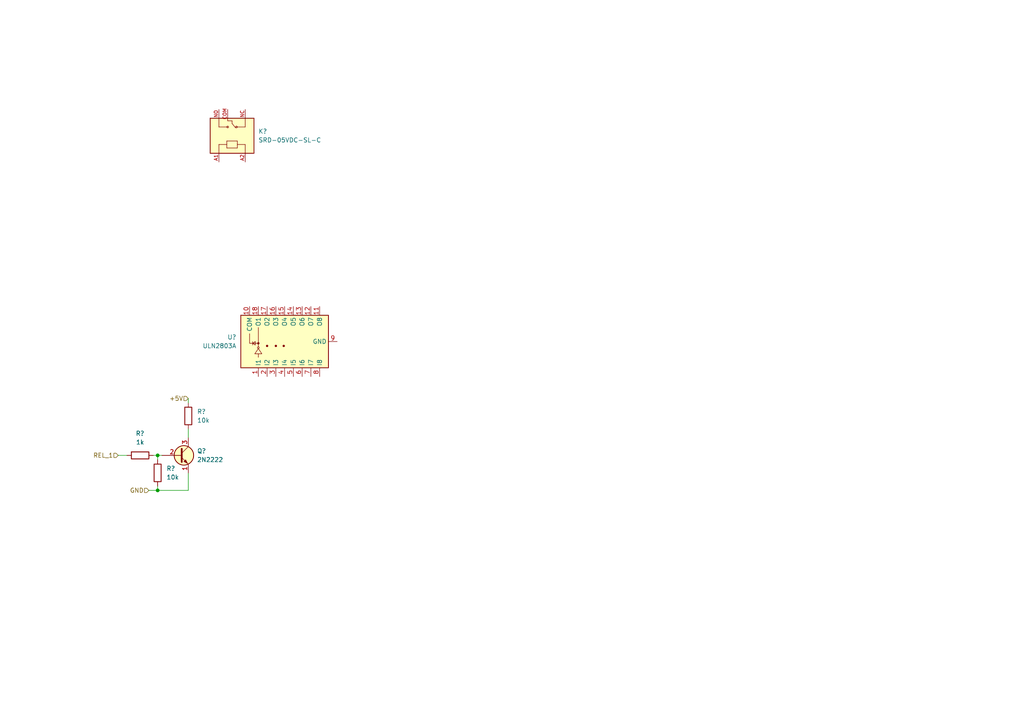
<source format=kicad_sch>
(kicad_sch
	(version 20231120)
	(generator "eeschema")
	(generator_version "8.0")
	(uuid "76efed0a-1fba-452b-b694-259ec184263c")
	(paper "A4")
	(lib_symbols
		(symbol "Device:R"
			(pin_numbers hide)
			(pin_names
				(offset 0)
			)
			(exclude_from_sim no)
			(in_bom yes)
			(on_board yes)
			(property "Reference" "R"
				(at 2.032 0 90)
				(effects
					(font
						(size 1.27 1.27)
					)
				)
			)
			(property "Value" "R"
				(at 0 0 90)
				(effects
					(font
						(size 1.27 1.27)
					)
				)
			)
			(property "Footprint" ""
				(at -1.778 0 90)
				(effects
					(font
						(size 1.27 1.27)
					)
					(hide yes)
				)
			)
			(property "Datasheet" "~"
				(at 0 0 0)
				(effects
					(font
						(size 1.27 1.27)
					)
					(hide yes)
				)
			)
			(property "Description" "Resistor"
				(at 0 0 0)
				(effects
					(font
						(size 1.27 1.27)
					)
					(hide yes)
				)
			)
			(property "ki_keywords" "R res resistor"
				(at 0 0 0)
				(effects
					(font
						(size 1.27 1.27)
					)
					(hide yes)
				)
			)
			(property "ki_fp_filters" "R_*"
				(at 0 0 0)
				(effects
					(font
						(size 1.27 1.27)
					)
					(hide yes)
				)
			)
			(symbol "R_0_1"
				(rectangle
					(start -1.016 -2.54)
					(end 1.016 2.54)
					(stroke
						(width 0.254)
						(type default)
					)
					(fill
						(type none)
					)
				)
			)
			(symbol "R_1_1"
				(pin passive line
					(at 0 3.81 270)
					(length 1.27)
					(name "~"
						(effects
							(font
								(size 1.27 1.27)
							)
						)
					)
					(number "1"
						(effects
							(font
								(size 1.27 1.27)
							)
						)
					)
				)
				(pin passive line
					(at 0 -3.81 90)
					(length 1.27)
					(name "~"
						(effects
							(font
								(size 1.27 1.27)
							)
						)
					)
					(number "2"
						(effects
							(font
								(size 1.27 1.27)
							)
						)
					)
				)
			)
		)
		(symbol "PCM_Transistor_BJT_AKL:2N2222"
			(pin_names hide)
			(exclude_from_sim no)
			(in_bom yes)
			(on_board yes)
			(property "Reference" "Q"
				(at 5.08 1.27 0)
				(effects
					(font
						(size 1.27 1.27)
					)
					(justify left)
				)
			)
			(property "Value" "2N2222"
				(at 5.08 -1.27 0)
				(effects
					(font
						(size 1.27 1.27)
					)
					(justify left)
				)
			)
			(property "Footprint" "Package_TO_SOT_THT_AKL:TO-18-3_EBC"
				(at 5.08 2.54 0)
				(effects
					(font
						(size 1.27 1.27)
					)
					(hide yes)
				)
			)
			(property "Datasheet" "https://www.farnell.com/datasheets/296640.pdf"
				(at 0 0 0)
				(effects
					(font
						(size 1.27 1.27)
					)
					(hide yes)
				)
			)
			(property "Description" "NPN TO-18 transistor, 30V, 0.8A, 500mW, Alternate KiCAD Library"
				(at 0 0 0)
				(effects
					(font
						(size 1.27 1.27)
					)
					(hide yes)
				)
			)
			(property "ki_keywords" "transistor NPN 2N2222"
				(at 0 0 0)
				(effects
					(font
						(size 1.27 1.27)
					)
					(hide yes)
				)
			)
			(symbol "2N2222_0_1"
				(polyline
					(pts
						(xy 0.635 0.635) (xy 2.54 2.54)
					)
					(stroke
						(width 0)
						(type default)
					)
					(fill
						(type none)
					)
				)
				(polyline
					(pts
						(xy 0.635 -0.635) (xy 2.54 -2.54) (xy 2.54 -2.54)
					)
					(stroke
						(width 0)
						(type default)
					)
					(fill
						(type none)
					)
				)
				(polyline
					(pts
						(xy 0.635 1.905) (xy 0.635 -1.905) (xy 0.635 -1.905)
					)
					(stroke
						(width 0.508)
						(type default)
					)
					(fill
						(type none)
					)
				)
				(polyline
					(pts
						(xy 1.27 -1.778) (xy 1.778 -1.27) (xy 2.286 -2.286) (xy 1.27 -1.778) (xy 1.27 -1.778)
					)
					(stroke
						(width 0)
						(type default)
					)
					(fill
						(type outline)
					)
				)
				(circle
					(center 1.27 0)
					(radius 2.8194)
					(stroke
						(width 0.254)
						(type default)
					)
					(fill
						(type background)
					)
				)
			)
			(symbol "2N2222_1_1"
				(pin passive line
					(at 2.54 -5.08 90)
					(length 2.54)
					(name "E"
						(effects
							(font
								(size 1.27 1.27)
							)
						)
					)
					(number "1"
						(effects
							(font
								(size 1.27 1.27)
							)
						)
					)
				)
				(pin passive line
					(at -5.08 0 0)
					(length 5.715)
					(name "B"
						(effects
							(font
								(size 1.27 1.27)
							)
						)
					)
					(number "2"
						(effects
							(font
								(size 1.27 1.27)
							)
						)
					)
				)
				(pin passive line
					(at 2.54 5.08 270)
					(length 2.54)
					(name "C"
						(effects
							(font
								(size 1.27 1.27)
							)
						)
					)
					(number "3"
						(effects
							(font
								(size 1.27 1.27)
							)
						)
					)
				)
			)
		)
		(symbol "SRD-05VDC-SL-C:SRD-05VDC-SL-C"
			(pin_names
				(offset 1.016)
			)
			(exclude_from_sim no)
			(in_bom yes)
			(on_board yes)
			(property "Reference" "K"
				(at -5.0809 5.843 0)
				(effects
					(font
						(size 1.27 1.27)
					)
					(justify left bottom)
				)
			)
			(property "Value" "SRD-05VDC-SL-C"
				(at -5.0832 -10.1664 0)
				(effects
					(font
						(size 1.27 1.27)
					)
					(justify left bottom)
				)
			)
			(property "Footprint" "SRD-05VDC-SL-C:RELAY_SRD-05VDC-SL-C"
				(at 0 0 0)
				(effects
					(font
						(size 1.27 1.27)
					)
					(justify bottom)
					(hide yes)
				)
			)
			(property "Datasheet" ""
				(at 0 0 0)
				(effects
					(font
						(size 1.27 1.27)
					)
					(hide yes)
				)
			)
			(property "Description" ""
				(at 0 0 0)
				(effects
					(font
						(size 1.27 1.27)
					)
					(hide yes)
				)
			)
			(property "MF" "Songle Relay"
				(at 0 0 0)
				(effects
					(font
						(size 1.27 1.27)
					)
					(justify bottom)
					(hide yes)
				)
			)
			(property "Description_1" "\n5V Trigger Relay Module For Arduino And Raspberry Pi 5V Trigger Relay Module For Arduino And Raspberry Pi\n"
				(at 0 0 0)
				(effects
					(font
						(size 1.27 1.27)
					)
					(justify bottom)
					(hide yes)
				)
			)
			(property "Package" "NON STANDARD-5 Songle Relay"
				(at 0 0 0)
				(effects
					(font
						(size 1.27 1.27)
					)
					(justify bottom)
					(hide yes)
				)
			)
			(property "Price" "None"
				(at 0 0 0)
				(effects
					(font
						(size 1.27 1.27)
					)
					(justify bottom)
					(hide yes)
				)
			)
			(property "Check_prices" "https://www.snapeda.com/parts/SRD-05VDC-SL-C/Songle+Relay/view-part/?ref=eda"
				(at 0 0 0)
				(effects
					(font
						(size 1.27 1.27)
					)
					(justify bottom)
					(hide yes)
				)
			)
			(property "STANDARD" "IPC-7251"
				(at 0 0 0)
				(effects
					(font
						(size 1.27 1.27)
					)
					(justify bottom)
					(hide yes)
				)
			)
			(property "SnapEDA_Link" "https://www.snapeda.com/parts/SRD-05VDC-SL-C/Songle+Relay/view-part/?ref=snap"
				(at 0 0 0)
				(effects
					(font
						(size 1.27 1.27)
					)
					(justify bottom)
					(hide yes)
				)
			)
			(property "MP" "SRD-05VDC-SL-C"
				(at 0 0 0)
				(effects
					(font
						(size 1.27 1.27)
					)
					(justify bottom)
					(hide yes)
				)
			)
			(property "Availability" "Not in stock"
				(at 0 0 0)
				(effects
					(font
						(size 1.27 1.27)
					)
					(justify bottom)
					(hide yes)
				)
			)
			(property "MANUFACTURER" "SONGLE RELAY"
				(at 0 0 0)
				(effects
					(font
						(size 1.27 1.27)
					)
					(justify bottom)
					(hide yes)
				)
			)
			(symbol "SRD-05VDC-SL-C_0_0"
				(rectangle
					(start -5.08 -7.62)
					(end 5.08 5.08)
					(stroke
						(width 0.254)
						(type default)
					)
					(fill
						(type background)
					)
				)
				(polyline
					(pts
						(xy -5.08 2.54) (xy -2.54 2.54)
					)
					(stroke
						(width 0.1524)
						(type default)
					)
					(fill
						(type none)
					)
				)
				(polyline
					(pts
						(xy -3.556 -2.794) (xy -2.54 -2.794)
					)
					(stroke
						(width 0.1524)
						(type default)
					)
					(fill
						(type none)
					)
				)
				(polyline
					(pts
						(xy -3.556 0.254) (xy -3.556 -2.794)
					)
					(stroke
						(width 0.1524)
						(type default)
					)
					(fill
						(type none)
					)
				)
				(polyline
					(pts
						(xy -2.54 -5.08) (xy -5.08 -5.08)
					)
					(stroke
						(width 0.1524)
						(type default)
					)
					(fill
						(type none)
					)
				)
				(polyline
					(pts
						(xy -2.54 -2.794) (xy -2.54 -5.08)
					)
					(stroke
						(width 0.1524)
						(type default)
					)
					(fill
						(type none)
					)
				)
				(polyline
					(pts
						(xy -2.54 -2.794) (xy -1.524 -2.794)
					)
					(stroke
						(width 0.1524)
						(type default)
					)
					(fill
						(type none)
					)
				)
				(polyline
					(pts
						(xy -2.54 0.254) (xy -3.556 0.254)
					)
					(stroke
						(width 0.1524)
						(type default)
					)
					(fill
						(type none)
					)
				)
				(polyline
					(pts
						(xy -2.54 2.54) (xy -2.54 0.254)
					)
					(stroke
						(width 0.1524)
						(type default)
					)
					(fill
						(type none)
					)
				)
				(polyline
					(pts
						(xy -1.524 -2.794) (xy -1.524 0.254)
					)
					(stroke
						(width 0.1524)
						(type default)
					)
					(fill
						(type none)
					)
				)
				(polyline
					(pts
						(xy -1.524 0.254) (xy -2.54 0.254)
					)
					(stroke
						(width 0.1524)
						(type default)
					)
					(fill
						(type none)
					)
				)
				(polyline
					(pts
						(xy 2.54 -5.08) (xy 5.08 -5.08)
					)
					(stroke
						(width 0.1524)
						(type default)
					)
					(fill
						(type none)
					)
				)
				(polyline
					(pts
						(xy 2.54 -2.54) (xy 2.54 -5.08)
					)
					(stroke
						(width 0.1524)
						(type default)
					)
					(fill
						(type none)
					)
				)
				(polyline
					(pts
						(xy 2.54 2.54) (xy 2.54 0)
					)
					(stroke
						(width 0.1524)
						(type default)
					)
					(fill
						(type none)
					)
				)
				(polyline
					(pts
						(xy 3.556 -1.27) (xy 2.286 -2.286)
					)
					(stroke
						(width 0.1524)
						(type default)
					)
					(fill
						(type none)
					)
				)
				(polyline
					(pts
						(xy 3.556 -1.27) (xy 4.318 -1.27)
					)
					(stroke
						(width 0.1524)
						(type default)
					)
					(fill
						(type none)
					)
				)
				(polyline
					(pts
						(xy 4.318 -1.27) (xy 4.318 0)
					)
					(stroke
						(width 0.1524)
						(type default)
					)
					(fill
						(type none)
					)
				)
				(polyline
					(pts
						(xy 4.318 0) (xy 5.08 0)
					)
					(stroke
						(width 0.1524)
						(type default)
					)
					(fill
						(type none)
					)
				)
				(polyline
					(pts
						(xy 5.08 2.54) (xy 2.54 2.54)
					)
					(stroke
						(width 0.1524)
						(type default)
					)
					(fill
						(type none)
					)
				)
				(circle
					(center 2.54 -2.54)
					(radius 0.254)
					(stroke
						(width 0.1524)
						(type default)
					)
					(fill
						(type none)
					)
				)
				(circle
					(center 2.54 0)
					(radius 0.254)
					(stroke
						(width 0.1524)
						(type default)
					)
					(fill
						(type none)
					)
				)
				(pin passive line
					(at -7.62 2.54 0)
					(length 2.54)
					(name "~"
						(effects
							(font
								(size 1.016 1.016)
							)
						)
					)
					(number "A1"
						(effects
							(font
								(size 1.016 1.016)
							)
						)
					)
				)
				(pin passive line
					(at -7.62 -5.08 0)
					(length 2.54)
					(name "~"
						(effects
							(font
								(size 1.016 1.016)
							)
						)
					)
					(number "A2"
						(effects
							(font
								(size 1.016 1.016)
							)
						)
					)
				)
				(pin passive line
					(at 7.62 0 180)
					(length 2.54)
					(name "~"
						(effects
							(font
								(size 1.016 1.016)
							)
						)
					)
					(number "COM"
						(effects
							(font
								(size 1.016 1.016)
							)
						)
					)
				)
				(pin passive line
					(at 7.62 -5.08 180)
					(length 2.54)
					(name "~"
						(effects
							(font
								(size 1.016 1.016)
							)
						)
					)
					(number "NC"
						(effects
							(font
								(size 1.016 1.016)
							)
						)
					)
				)
				(pin passive line
					(at 7.62 2.54 180)
					(length 2.54)
					(name "~"
						(effects
							(font
								(size 1.016 1.016)
							)
						)
					)
					(number "NO"
						(effects
							(font
								(size 1.016 1.016)
							)
						)
					)
				)
			)
		)
		(symbol "Transistor_Array:ULN2803A"
			(exclude_from_sim no)
			(in_bom yes)
			(on_board yes)
			(property "Reference" "U"
				(at 0 13.335 0)
				(effects
					(font
						(size 1.27 1.27)
					)
				)
			)
			(property "Value" "ULN2803A"
				(at 0 11.43 0)
				(effects
					(font
						(size 1.27 1.27)
					)
				)
			)
			(property "Footprint" ""
				(at 1.27 -16.51 0)
				(effects
					(font
						(size 1.27 1.27)
					)
					(justify left)
					(hide yes)
				)
			)
			(property "Datasheet" "http://www.ti.com/lit/ds/symlink/uln2803a.pdf"
				(at 2.54 -5.08 0)
				(effects
					(font
						(size 1.27 1.27)
					)
					(hide yes)
				)
			)
			(property "Description" "Darlington Transistor Arrays, SOIC18/DIP18"
				(at 0 0 0)
				(effects
					(font
						(size 1.27 1.27)
					)
					(hide yes)
				)
			)
			(property "ki_keywords" "Darlington transistor array"
				(at 0 0 0)
				(effects
					(font
						(size 1.27 1.27)
					)
					(hide yes)
				)
			)
			(property "ki_fp_filters" "DIP*W7.62mm* SOIC*7.5x11.6mm*P1.27mm*"
				(at 0 0 0)
				(effects
					(font
						(size 1.27 1.27)
					)
					(hide yes)
				)
			)
			(symbol "ULN2803A_0_1"
				(rectangle
					(start -7.62 -15.24)
					(end 7.62 10.16)
					(stroke
						(width 0.254)
						(type default)
					)
					(fill
						(type background)
					)
				)
				(circle
					(center -1.778 5.08)
					(radius 0.254)
					(stroke
						(width 0)
						(type default)
					)
					(fill
						(type none)
					)
				)
				(circle
					(center -1.27 -2.286)
					(radius 0.254)
					(stroke
						(width 0)
						(type default)
					)
					(fill
						(type outline)
					)
				)
				(circle
					(center -1.27 0)
					(radius 0.254)
					(stroke
						(width 0)
						(type default)
					)
					(fill
						(type outline)
					)
				)
				(circle
					(center -1.27 2.54)
					(radius 0.254)
					(stroke
						(width 0)
						(type default)
					)
					(fill
						(type outline)
					)
				)
				(circle
					(center -0.508 5.08)
					(radius 0.254)
					(stroke
						(width 0)
						(type default)
					)
					(fill
						(type outline)
					)
				)
				(polyline
					(pts
						(xy -4.572 5.08) (xy -3.556 5.08)
					)
					(stroke
						(width 0)
						(type default)
					)
					(fill
						(type none)
					)
				)
				(polyline
					(pts
						(xy -1.524 5.08) (xy 4.064 5.08)
					)
					(stroke
						(width 0)
						(type default)
					)
					(fill
						(type none)
					)
				)
				(polyline
					(pts
						(xy 0 6.731) (xy -1.016 6.731)
					)
					(stroke
						(width 0)
						(type default)
					)
					(fill
						(type none)
					)
				)
				(polyline
					(pts
						(xy -0.508 5.08) (xy -0.508 7.62) (xy 2.286 7.62)
					)
					(stroke
						(width 0)
						(type default)
					)
					(fill
						(type none)
					)
				)
				(polyline
					(pts
						(xy -3.556 6.096) (xy -3.556 4.064) (xy -2.032 5.08) (xy -3.556 6.096)
					)
					(stroke
						(width 0)
						(type default)
					)
					(fill
						(type none)
					)
				)
				(polyline
					(pts
						(xy 0 5.969) (xy -1.016 5.969) (xy -0.508 6.731) (xy 0 5.969)
					)
					(stroke
						(width 0)
						(type default)
					)
					(fill
						(type none)
					)
				)
			)
			(symbol "ULN2803A_1_1"
				(pin input line
					(at -10.16 5.08 0)
					(length 2.54)
					(name "I1"
						(effects
							(font
								(size 1.27 1.27)
							)
						)
					)
					(number "1"
						(effects
							(font
								(size 1.27 1.27)
							)
						)
					)
				)
				(pin passive line
					(at 10.16 7.62 180)
					(length 2.54)
					(name "COM"
						(effects
							(font
								(size 1.27 1.27)
							)
						)
					)
					(number "10"
						(effects
							(font
								(size 1.27 1.27)
							)
						)
					)
				)
				(pin open_collector line
					(at 10.16 -12.7 180)
					(length 2.54)
					(name "O8"
						(effects
							(font
								(size 1.27 1.27)
							)
						)
					)
					(number "11"
						(effects
							(font
								(size 1.27 1.27)
							)
						)
					)
				)
				(pin open_collector line
					(at 10.16 -10.16 180)
					(length 2.54)
					(name "O7"
						(effects
							(font
								(size 1.27 1.27)
							)
						)
					)
					(number "12"
						(effects
							(font
								(size 1.27 1.27)
							)
						)
					)
				)
				(pin open_collector line
					(at 10.16 -7.62 180)
					(length 2.54)
					(name "O6"
						(effects
							(font
								(size 1.27 1.27)
							)
						)
					)
					(number "13"
						(effects
							(font
								(size 1.27 1.27)
							)
						)
					)
				)
				(pin open_collector line
					(at 10.16 -5.08 180)
					(length 2.54)
					(name "O5"
						(effects
							(font
								(size 1.27 1.27)
							)
						)
					)
					(number "14"
						(effects
							(font
								(size 1.27 1.27)
							)
						)
					)
				)
				(pin open_collector line
					(at 10.16 -2.54 180)
					(length 2.54)
					(name "O4"
						(effects
							(font
								(size 1.27 1.27)
							)
						)
					)
					(number "15"
						(effects
							(font
								(size 1.27 1.27)
							)
						)
					)
				)
				(pin open_collector line
					(at 10.16 0 180)
					(length 2.54)
					(name "O3"
						(effects
							(font
								(size 1.27 1.27)
							)
						)
					)
					(number "16"
						(effects
							(font
								(size 1.27 1.27)
							)
						)
					)
				)
				(pin open_collector line
					(at 10.16 2.54 180)
					(length 2.54)
					(name "O2"
						(effects
							(font
								(size 1.27 1.27)
							)
						)
					)
					(number "17"
						(effects
							(font
								(size 1.27 1.27)
							)
						)
					)
				)
				(pin open_collector line
					(at 10.16 5.08 180)
					(length 2.54)
					(name "O1"
						(effects
							(font
								(size 1.27 1.27)
							)
						)
					)
					(number "18"
						(effects
							(font
								(size 1.27 1.27)
							)
						)
					)
				)
				(pin input line
					(at -10.16 2.54 0)
					(length 2.54)
					(name "I2"
						(effects
							(font
								(size 1.27 1.27)
							)
						)
					)
					(number "2"
						(effects
							(font
								(size 1.27 1.27)
							)
						)
					)
				)
				(pin input line
					(at -10.16 0 0)
					(length 2.54)
					(name "I3"
						(effects
							(font
								(size 1.27 1.27)
							)
						)
					)
					(number "3"
						(effects
							(font
								(size 1.27 1.27)
							)
						)
					)
				)
				(pin input line
					(at -10.16 -2.54 0)
					(length 2.54)
					(name "I4"
						(effects
							(font
								(size 1.27 1.27)
							)
						)
					)
					(number "4"
						(effects
							(font
								(size 1.27 1.27)
							)
						)
					)
				)
				(pin input line
					(at -10.16 -5.08 0)
					(length 2.54)
					(name "I5"
						(effects
							(font
								(size 1.27 1.27)
							)
						)
					)
					(number "5"
						(effects
							(font
								(size 1.27 1.27)
							)
						)
					)
				)
				(pin input line
					(at -10.16 -7.62 0)
					(length 2.54)
					(name "I6"
						(effects
							(font
								(size 1.27 1.27)
							)
						)
					)
					(number "6"
						(effects
							(font
								(size 1.27 1.27)
							)
						)
					)
				)
				(pin input line
					(at -10.16 -10.16 0)
					(length 2.54)
					(name "I7"
						(effects
							(font
								(size 1.27 1.27)
							)
						)
					)
					(number "7"
						(effects
							(font
								(size 1.27 1.27)
							)
						)
					)
				)
				(pin input line
					(at -10.16 -12.7 0)
					(length 2.54)
					(name "I8"
						(effects
							(font
								(size 1.27 1.27)
							)
						)
					)
					(number "8"
						(effects
							(font
								(size 1.27 1.27)
							)
						)
					)
				)
				(pin power_in line
					(at 0 -17.78 90)
					(length 2.54)
					(name "GND"
						(effects
							(font
								(size 1.27 1.27)
							)
						)
					)
					(number "9"
						(effects
							(font
								(size 1.27 1.27)
							)
						)
					)
				)
			)
		)
	)
	(junction
		(at 45.72 142.24)
		(diameter 0)
		(color 0 0 0 0)
		(uuid "a4928370-e6fb-4195-b851-7bf1c3b4b016")
	)
	(junction
		(at 45.72 132.08)
		(diameter 0)
		(color 0 0 0 0)
		(uuid "d0c0fc1b-dd8b-4783-ba8f-1bd3664f7c7b")
	)
	(wire
		(pts
			(xy 54.61 137.16) (xy 54.61 142.24)
		)
		(stroke
			(width 0)
			(type default)
		)
		(uuid "0b5d3276-7b45-4c97-9b2d-2aaa83140357")
	)
	(wire
		(pts
			(xy 45.72 132.08) (xy 45.72 133.35)
		)
		(stroke
			(width 0)
			(type default)
		)
		(uuid "22960665-6b8d-4c0d-856d-d11ee22605fd")
	)
	(wire
		(pts
			(xy 54.61 124.46) (xy 54.61 127)
		)
		(stroke
			(width 0)
			(type default)
		)
		(uuid "5e77a2a2-7eab-4426-b722-674fe847c024")
	)
	(wire
		(pts
			(xy 45.72 142.24) (xy 54.61 142.24)
		)
		(stroke
			(width 0)
			(type default)
		)
		(uuid "8e7af873-86b9-489f-8fe3-e415b4326c43")
	)
	(wire
		(pts
			(xy 44.45 132.08) (xy 45.72 132.08)
		)
		(stroke
			(width 0)
			(type default)
		)
		(uuid "9901b633-5ea9-4cc2-b3de-0f625fc3d4f0")
	)
	(wire
		(pts
			(xy 43.18 142.24) (xy 45.72 142.24)
		)
		(stroke
			(width 0)
			(type default)
		)
		(uuid "a10835eb-37a2-4a5a-bd22-3c2f63cccddc")
	)
	(wire
		(pts
			(xy 45.72 142.24) (xy 45.72 140.97)
		)
		(stroke
			(width 0)
			(type default)
		)
		(uuid "a68c8c87-a7ef-40a9-8c7d-642c83c32aa7")
	)
	(wire
		(pts
			(xy 45.72 132.08) (xy 46.99 132.08)
		)
		(stroke
			(width 0)
			(type default)
		)
		(uuid "bbb7e6f5-f933-421a-9f83-f8caf89f89a6")
	)
	(wire
		(pts
			(xy 54.61 115.57) (xy 54.61 116.84)
		)
		(stroke
			(width 0)
			(type default)
		)
		(uuid "bed7ab43-6a22-4c40-845e-6d2380f5bdb7")
	)
	(wire
		(pts
			(xy 34.29 132.08) (xy 36.83 132.08)
		)
		(stroke
			(width 0)
			(type default)
		)
		(uuid "f99edb07-2d46-4516-912f-e84bb14c86a1")
	)
	(hierarchical_label "GND"
		(shape input)
		(at 43.18 142.24 180)
		(fields_autoplaced yes)
		(effects
			(font
				(size 1.27 1.27)
			)
			(justify right)
		)
		(uuid "034b08bf-920f-4fee-b6ab-e11e01cc68b9")
	)
	(hierarchical_label "REL_1"
		(shape input)
		(at 34.29 132.08 180)
		(fields_autoplaced yes)
		(effects
			(font
				(size 1.27 1.27)
			)
			(justify right)
		)
		(uuid "59eb8c1a-f6cf-4195-b968-f9453e6a99b8")
	)
	(hierarchical_label "+5V"
		(shape input)
		(at 54.61 115.57 180)
		(fields_autoplaced yes)
		(effects
			(font
				(size 1.27 1.27)
			)
			(justify right)
		)
		(uuid "e3e055fe-8902-4c8a-aca6-774864e48757")
	)
	(symbol
		(lib_id "Device:R")
		(at 45.72 137.16 0)
		(unit 1)
		(exclude_from_sim no)
		(in_bom yes)
		(on_board yes)
		(dnp no)
		(fields_autoplaced yes)
		(uuid "04c32bf6-f12d-4f2e-b139-5d5bb6be9f74")
		(property "Reference" "R?"
			(at 48.26 135.8899 0)
			(effects
				(font
					(size 1.27 1.27)
				)
				(justify left)
			)
		)
		(property "Value" "10k"
			(at 48.26 138.4299 0)
			(effects
				(font
					(size 1.27 1.27)
				)
				(justify left)
			)
		)
		(property "Footprint" ""
			(at 43.942 137.16 90)
			(effects
				(font
					(size 1.27 1.27)
				)
				(hide yes)
			)
		)
		(property "Datasheet" "~"
			(at 45.72 137.16 0)
			(effects
				(font
					(size 1.27 1.27)
				)
				(hide yes)
			)
		)
		(property "Description" "Resistor"
			(at 45.72 137.16 0)
			(effects
				(font
					(size 1.27 1.27)
				)
				(hide yes)
			)
		)
		(pin "2"
			(uuid "fb01ef84-0e39-47bb-9189-29f602032531")
		)
		(pin "1"
			(uuid "5f767027-cf25-4af7-a642-2521a8544201")
		)
		(instances
			(project ""
				(path "/6c081a41-7694-4348-aefe-aafa0be843dc/b935f68b-e878-4c96-8a57-3fadb278ed50"
					(reference "R?")
					(unit 1)
				)
			)
		)
	)
	(symbol
		(lib_id "PCM_Transistor_BJT_AKL:2N2222")
		(at 52.07 132.08 0)
		(unit 1)
		(exclude_from_sim no)
		(in_bom yes)
		(on_board yes)
		(dnp no)
		(fields_autoplaced yes)
		(uuid "07e4646b-d76b-4435-b7c6-ddc6bd0d15a1")
		(property "Reference" "Q?"
			(at 57.15 130.8099 0)
			(effects
				(font
					(size 1.27 1.27)
				)
				(justify left)
			)
		)
		(property "Value" "2N2222"
			(at 57.15 133.3499 0)
			(effects
				(font
					(size 1.27 1.27)
				)
				(justify left)
			)
		)
		(property "Footprint" "Package_TO_SOT_THT_AKL:TO-18-3_EBC"
			(at 57.15 129.54 0)
			(effects
				(font
					(size 1.27 1.27)
				)
				(hide yes)
			)
		)
		(property "Datasheet" "https://www.farnell.com/datasheets/296640.pdf"
			(at 52.07 132.08 0)
			(effects
				(font
					(size 1.27 1.27)
				)
				(hide yes)
			)
		)
		(property "Description" "NPN TO-18 transistor, 30V, 0.8A, 500mW, Alternate KiCAD Library"
			(at 52.07 132.08 0)
			(effects
				(font
					(size 1.27 1.27)
				)
				(hide yes)
			)
		)
		(pin "3"
			(uuid "428a8372-0949-4b27-a514-6437c1918020")
		)
		(pin "1"
			(uuid "09eff14a-1866-48ab-be4d-053337cdf34b")
		)
		(pin "2"
			(uuid "cc969d33-de94-47fb-9ad2-3820d58ece71")
		)
		(instances
			(project "Centralina"
				(path "/6c081a41-7694-4348-aefe-aafa0be843dc/b935f68b-e878-4c96-8a57-3fadb278ed50"
					(reference "Q?")
					(unit 1)
				)
			)
		)
	)
	(symbol
		(lib_id "Device:R")
		(at 54.61 120.65 0)
		(unit 1)
		(exclude_from_sim no)
		(in_bom yes)
		(on_board yes)
		(dnp no)
		(fields_autoplaced yes)
		(uuid "124c5a8c-de9c-4ffb-9e88-4b2092bc6159")
		(property "Reference" "R?"
			(at 57.15 119.3799 0)
			(effects
				(font
					(size 1.27 1.27)
				)
				(justify left)
			)
		)
		(property "Value" "10k"
			(at 57.15 121.9199 0)
			(effects
				(font
					(size 1.27 1.27)
				)
				(justify left)
			)
		)
		(property "Footprint" ""
			(at 52.832 120.65 90)
			(effects
				(font
					(size 1.27 1.27)
				)
				(hide yes)
			)
		)
		(property "Datasheet" "~"
			(at 54.61 120.65 0)
			(effects
				(font
					(size 1.27 1.27)
				)
				(hide yes)
			)
		)
		(property "Description" "Resistor"
			(at 54.61 120.65 0)
			(effects
				(font
					(size 1.27 1.27)
				)
				(hide yes)
			)
		)
		(pin "2"
			(uuid "dc5ac63c-e3af-449e-810e-8ce9889ccbee")
		)
		(pin "1"
			(uuid "ac9910ef-d04b-49e5-99d6-b4aa2f3aec59")
		)
		(instances
			(project ""
				(path "/6c081a41-7694-4348-aefe-aafa0be843dc/b935f68b-e878-4c96-8a57-3fadb278ed50"
					(reference "R?")
					(unit 1)
				)
			)
		)
	)
	(symbol
		(lib_id "Device:R")
		(at 40.64 132.08 270)
		(unit 1)
		(exclude_from_sim no)
		(in_bom yes)
		(on_board yes)
		(dnp no)
		(fields_autoplaced yes)
		(uuid "8b15d532-d33d-4301-b34f-91e0cd28d4e8")
		(property "Reference" "R?"
			(at 40.64 125.73 90)
			(effects
				(font
					(size 1.27 1.27)
				)
			)
		)
		(property "Value" "1k"
			(at 40.64 128.27 90)
			(effects
				(font
					(size 1.27 1.27)
				)
			)
		)
		(property "Footprint" ""
			(at 40.64 130.302 90)
			(effects
				(font
					(size 1.27 1.27)
				)
				(hide yes)
			)
		)
		(property "Datasheet" "~"
			(at 40.64 132.08 0)
			(effects
				(font
					(size 1.27 1.27)
				)
				(hide yes)
			)
		)
		(property "Description" "Resistor"
			(at 40.64 132.08 0)
			(effects
				(font
					(size 1.27 1.27)
				)
				(hide yes)
			)
		)
		(pin "2"
			(uuid "12bed900-7260-4849-8e86-643a240c0d28")
		)
		(pin "1"
			(uuid "2d2e6119-59a3-4109-9226-6ee549244b48")
		)
		(instances
			(project ""
				(path "/6c081a41-7694-4348-aefe-aafa0be843dc/b935f68b-e878-4c96-8a57-3fadb278ed50"
					(reference "R?")
					(unit 1)
				)
			)
		)
	)
	(symbol
		(lib_id "Transistor_Array:ULN2803A")
		(at 80.01 99.06 90)
		(unit 1)
		(exclude_from_sim no)
		(in_bom yes)
		(on_board yes)
		(dnp no)
		(fields_autoplaced yes)
		(uuid "9468a304-8a0b-4d1b-9a4f-fff94d7e087f")
		(property "Reference" "U?"
			(at 68.58 97.7899 90)
			(effects
				(font
					(size 1.27 1.27)
				)
				(justify left)
			)
		)
		(property "Value" "ULN2803A"
			(at 68.58 100.3299 90)
			(effects
				(font
					(size 1.27 1.27)
				)
				(justify left)
			)
		)
		(property "Footprint" ""
			(at 96.52 97.79 0)
			(effects
				(font
					(size 1.27 1.27)
				)
				(justify left)
				(hide yes)
			)
		)
		(property "Datasheet" "http://www.ti.com/lit/ds/symlink/uln2803a.pdf"
			(at 85.09 96.52 0)
			(effects
				(font
					(size 1.27 1.27)
				)
				(hide yes)
			)
		)
		(property "Description" "Darlington Transistor Arrays, SOIC18/DIP18"
			(at 80.01 99.06 0)
			(effects
				(font
					(size 1.27 1.27)
				)
				(hide yes)
			)
		)
		(pin "18"
			(uuid "3812c253-c095-463b-bbf5-939f36b79b57")
		)
		(pin "7"
			(uuid "864d0a4f-0a8d-4884-875d-148715119b6c")
		)
		(pin "16"
			(uuid "f3d60f6d-031d-414f-a7ee-c54d8d026510")
		)
		(pin "5"
			(uuid "4dfb4a80-d02f-4db9-bb3f-5742de26d834")
		)
		(pin "10"
			(uuid "9d460147-799d-468b-a4a2-78770844d34b")
		)
		(pin "17"
			(uuid "80252fce-916a-429e-b52a-dedf1846dea0")
		)
		(pin "6"
			(uuid "7a750c9c-eeee-47af-9118-d735afe7f71a")
		)
		(pin "8"
			(uuid "bbf58847-c015-4892-9f1a-53e5c4d3c57c")
		)
		(pin "15"
			(uuid "8d94d84f-b96b-40ff-b00c-58a663b7fb0d")
		)
		(pin "3"
			(uuid "ac8ccd64-2419-4219-bf1a-22198c7a4338")
		)
		(pin "11"
			(uuid "f9e39f70-9a38-48d3-8b59-5ba7c915f306")
		)
		(pin "13"
			(uuid "4aeb050f-f2e3-40bc-9227-83a18eb15b2e")
		)
		(pin "12"
			(uuid "42d2a011-8b50-4a01-9e26-2a79ff5fbb96")
		)
		(pin "14"
			(uuid "b13c7356-bc86-49ab-b841-eb23011830fb")
		)
		(pin "9"
			(uuid "e5cdd3bb-2592-4c61-9f12-eb6343f4c5b7")
		)
		(pin "4"
			(uuid "02e8f34c-d5d2-4ff2-bcf9-aee6500f4ebf")
		)
		(pin "1"
			(uuid "b287f79a-1fab-42a1-9c6a-30820c9765ef")
		)
		(pin "2"
			(uuid "8f53f0a0-de72-424d-ae87-4f81715485b4")
		)
		(instances
			(project ""
				(path "/6c081a41-7694-4348-aefe-aafa0be843dc/b935f68b-e878-4c96-8a57-3fadb278ed50"
					(reference "U?")
					(unit 1)
				)
			)
		)
	)
	(symbol
		(lib_id "SRD-05VDC-SL-C:SRD-05VDC-SL-C")
		(at 66.04 39.37 90)
		(unit 1)
		(exclude_from_sim no)
		(in_bom yes)
		(on_board yes)
		(dnp no)
		(fields_autoplaced yes)
		(uuid "af28a675-ba9e-4d43-a518-36ac5ebf9ce5")
		(property "Reference" "K?"
			(at 74.93 38.0999 90)
			(effects
				(font
					(size 1.27 1.27)
				)
				(justify right)
			)
		)
		(property "Value" "SRD-05VDC-SL-C"
			(at 74.93 40.6399 90)
			(effects
				(font
					(size 1.27 1.27)
				)
				(justify right)
			)
		)
		(property "Footprint" "SRD-05VDC-SL-C:RELAY_SRD-05VDC-SL-C"
			(at 66.04 39.37 0)
			(effects
				(font
					(size 1.27 1.27)
				)
				(justify bottom)
				(hide yes)
			)
		)
		(property "Datasheet" ""
			(at 66.04 39.37 0)
			(effects
				(font
					(size 1.27 1.27)
				)
				(hide yes)
			)
		)
		(property "Description" ""
			(at 66.04 39.37 0)
			(effects
				(font
					(size 1.27 1.27)
				)
				(hide yes)
			)
		)
		(property "MF" "Songle Relay"
			(at 66.04 39.37 0)
			(effects
				(font
					(size 1.27 1.27)
				)
				(justify bottom)
				(hide yes)
			)
		)
		(property "Description_1" "\n5V Trigger Relay Module For Arduino And Raspberry Pi 5V Trigger Relay Module For Arduino And Raspberry Pi\n"
			(at 66.04 39.37 0)
			(effects
				(font
					(size 1.27 1.27)
				)
				(justify bottom)
				(hide yes)
			)
		)
		(property "Package" "NON STANDARD-5 Songle Relay"
			(at 66.04 39.37 0)
			(effects
				(font
					(size 1.27 1.27)
				)
				(justify bottom)
				(hide yes)
			)
		)
		(property "Price" "None"
			(at 66.04 39.37 0)
			(effects
				(font
					(size 1.27 1.27)
				)
				(justify bottom)
				(hide yes)
			)
		)
		(property "Check_prices" "https://www.snapeda.com/parts/SRD-05VDC-SL-C/Songle+Relay/view-part/?ref=eda"
			(at 66.04 39.37 0)
			(effects
				(font
					(size 1.27 1.27)
				)
				(justify bottom)
				(hide yes)
			)
		)
		(property "STANDARD" "IPC-7251"
			(at 66.04 39.37 0)
			(effects
				(font
					(size 1.27 1.27)
				)
				(justify bottom)
				(hide yes)
			)
		)
		(property "SnapEDA_Link" "https://www.snapeda.com/parts/SRD-05VDC-SL-C/Songle+Relay/view-part/?ref=snap"
			(at 66.04 39.37 0)
			(effects
				(font
					(size 1.27 1.27)
				)
				(justify bottom)
				(hide yes)
			)
		)
		(property "MP" "SRD-05VDC-SL-C"
			(at 66.04 39.37 0)
			(effects
				(font
					(size 1.27 1.27)
				)
				(justify bottom)
				(hide yes)
			)
		)
		(property "Availability" "Not in stock"
			(at 66.04 39.37 0)
			(effects
				(font
					(size 1.27 1.27)
				)
				(justify bottom)
				(hide yes)
			)
		)
		(property "MANUFACTURER" "SONGLE RELAY"
			(at 66.04 39.37 0)
			(effects
				(font
					(size 1.27 1.27)
				)
				(justify bottom)
				(hide yes)
			)
		)
		(pin "A1"
			(uuid "5d726e2d-1885-4ae6-a580-16edfa71b704")
		)
		(pin "NO"
			(uuid "d1357da7-667c-48b0-aa83-aff39704933b")
		)
		(pin "COM"
			(uuid "5d2a9ddf-efa0-4b87-bb67-d37ed6b5fed2")
		)
		(pin "A2"
			(uuid "abd4b852-4d09-43a5-885e-23dafac1068c")
		)
		(pin "NC"
			(uuid "c06330c7-980f-461d-8eea-e15238a9d4cf")
		)
		(instances
			(project ""
				(path "/6c081a41-7694-4348-aefe-aafa0be843dc/b935f68b-e878-4c96-8a57-3fadb278ed50"
					(reference "K?")
					(unit 1)
				)
			)
		)
	)
)

</source>
